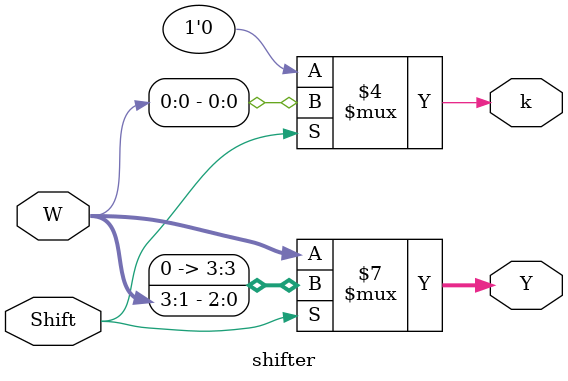
<source format=v>
module shifter (W, Shift, Y , k);
	input [3:0] W;
	input Shift;
	output reg [3:0] Y;
	output reg k;
	
	always @(W, Shift)
	begin
		if (Shift)
		begin
			Y = W >> 1;
			k = W[0];
		end
		else
		begin
			Y = W;
			k = 0;
		end
	end

endmodule


</source>
